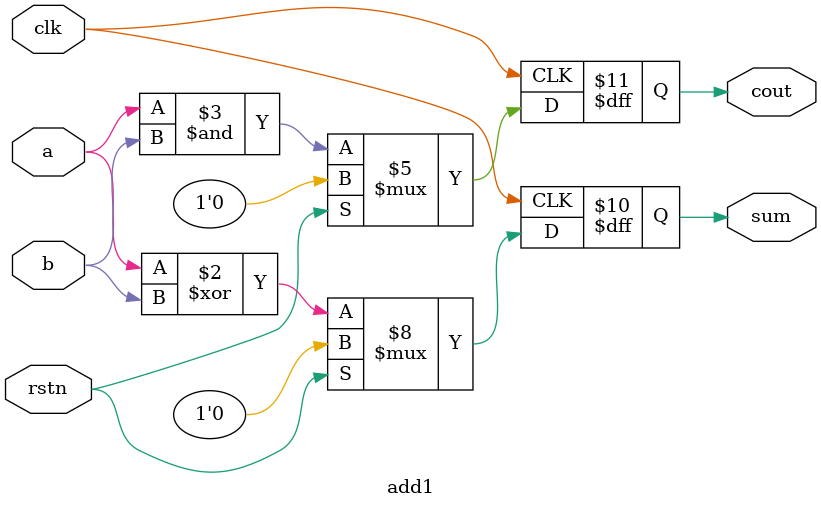
<source format=v>
module add1(
  input clk,rstn,
  input a,b,
  output reg sum,cout);

always@(posedge clk)
begin
  if(rstn)
  begin
    sum   <= 1'b0;
    cout <= 1'b0;
  end
  else
  begin
    sum     <= a ^ b;
    cout    <= a & b;
  end
end
endmodule

</source>
